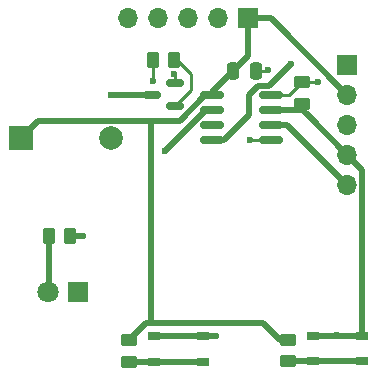
<source format=gbr>
%TF.GenerationSoftware,KiCad,Pcbnew,8.0.6*%
%TF.CreationDate,2024-10-18T13:40:27-03:00*%
%TF.ProjectId,FritzenLab-egg-timer,46726974-7a65-46e4-9c61-622d6567672d,rev?*%
%TF.SameCoordinates,Original*%
%TF.FileFunction,Copper,L1,Top*%
%TF.FilePolarity,Positive*%
%FSLAX46Y46*%
G04 Gerber Fmt 4.6, Leading zero omitted, Abs format (unit mm)*
G04 Created by KiCad (PCBNEW 8.0.6) date 2024-10-18 13:40:27*
%MOMM*%
%LPD*%
G01*
G04 APERTURE LIST*
G04 Aperture macros list*
%AMRoundRect*
0 Rectangle with rounded corners*
0 $1 Rounding radius*
0 $2 $3 $4 $5 $6 $7 $8 $9 X,Y pos of 4 corners*
0 Add a 4 corners polygon primitive as box body*
4,1,4,$2,$3,$4,$5,$6,$7,$8,$9,$2,$3,0*
0 Add four circle primitives for the rounded corners*
1,1,$1+$1,$2,$3*
1,1,$1+$1,$4,$5*
1,1,$1+$1,$6,$7*
1,1,$1+$1,$8,$9*
0 Add four rect primitives between the rounded corners*
20,1,$1+$1,$2,$3,$4,$5,0*
20,1,$1+$1,$4,$5,$6,$7,0*
20,1,$1+$1,$6,$7,$8,$9,0*
20,1,$1+$1,$8,$9,$2,$3,0*%
G04 Aperture macros list end*
%TA.AperFunction,SMDPad,CuDef*%
%ADD10RoundRect,0.250000X0.450000X-0.262500X0.450000X0.262500X-0.450000X0.262500X-0.450000X-0.262500X0*%
%TD*%
%TA.AperFunction,SMDPad,CuDef*%
%ADD11RoundRect,0.250000X-0.250000X-0.475000X0.250000X-0.475000X0.250000X0.475000X-0.250000X0.475000X0*%
%TD*%
%TA.AperFunction,SMDPad,CuDef*%
%ADD12RoundRect,0.250000X-0.450000X0.262500X-0.450000X-0.262500X0.450000X-0.262500X0.450000X0.262500X0*%
%TD*%
%TA.AperFunction,ComponentPad*%
%ADD13R,1.700000X1.700000*%
%TD*%
%TA.AperFunction,ComponentPad*%
%ADD14O,1.700000X1.700000*%
%TD*%
%TA.AperFunction,SMDPad,CuDef*%
%ADD15RoundRect,0.150000X0.587500X0.150000X-0.587500X0.150000X-0.587500X-0.150000X0.587500X-0.150000X0*%
%TD*%
%TA.AperFunction,SMDPad,CuDef*%
%ADD16R,1.050000X0.650000*%
%TD*%
%TA.AperFunction,SMDPad,CuDef*%
%ADD17RoundRect,0.150000X-0.825000X-0.150000X0.825000X-0.150000X0.825000X0.150000X-0.825000X0.150000X0*%
%TD*%
%TA.AperFunction,ComponentPad*%
%ADD18R,1.800000X1.800000*%
%TD*%
%TA.AperFunction,ComponentPad*%
%ADD19C,1.800000*%
%TD*%
%TA.AperFunction,ComponentPad*%
%ADD20R,2.000000X2.000000*%
%TD*%
%TA.AperFunction,ComponentPad*%
%ADD21C,2.000000*%
%TD*%
%TA.AperFunction,SMDPad,CuDef*%
%ADD22RoundRect,0.250000X-0.262500X-0.450000X0.262500X-0.450000X0.262500X0.450000X-0.262500X0.450000X0*%
%TD*%
%TA.AperFunction,SMDPad,CuDef*%
%ADD23RoundRect,0.250000X0.262500X0.450000X-0.262500X0.450000X-0.262500X-0.450000X0.262500X-0.450000X0*%
%TD*%
%TA.AperFunction,ViaPad*%
%ADD24C,0.600000*%
%TD*%
%TA.AperFunction,Conductor*%
%ADD25C,0.500000*%
%TD*%
%TA.AperFunction,Conductor*%
%ADD26C,0.250000*%
%TD*%
G04 APERTURE END LIST*
D10*
%TO.P,R2,1*%
%TO.N,Analog*%
X94325000Y-45007500D03*
%TO.P,R2,2*%
%TO.N,GND*%
X94325000Y-43182500D03*
%TD*%
D11*
%TO.P,C1,1*%
%TO.N,VCC*%
X88475000Y-42245000D03*
%TO.P,C1,2*%
%TO.N,GND*%
X90375000Y-42245000D03*
%TD*%
D12*
%TO.P,R3,1*%
%TO.N,VCC*%
X79625000Y-65062500D03*
%TO.P,R3,2*%
%TO.N,Net-(R3-Pad2)*%
X79625000Y-66887500D03*
%TD*%
D13*
%TO.P,J1,1,Pin_1*%
%TO.N,VCC*%
X89720000Y-37800000D03*
D14*
%TO.P,J1,2,Pin_2*%
%TO.N,unconnected-(J1-Pin_2-Pad2)*%
X87180000Y-37800000D03*
%TO.P,J1,3,Pin_3*%
%TO.N,unconnected-(J1-Pin_3-Pad3)*%
X84640000Y-37800000D03*
%TO.P,J1,4,Pin_4*%
%TO.N,unconnected-(J1-Pin_4-Pad4)*%
X82100000Y-37800000D03*
%TO.P,J1,5,Pin_5*%
%TO.N,GND*%
X79560000Y-37800000D03*
%TD*%
D15*
%TO.P,Q1,1,B*%
%TO.N,Net-(Q1-B)*%
X83525000Y-45200000D03*
%TO.P,Q1,2,E*%
%TO.N,GND*%
X83525000Y-43300000D03*
%TO.P,Q1,3,C*%
%TO.N,Net-(BZ1--)*%
X81650000Y-44250000D03*
%TD*%
D16*
%TO.P,SW2,1,1*%
%TO.N,Net-(R3-Pad2)*%
X85900000Y-66850000D03*
X81750000Y-66850000D03*
%TO.P,SW2,2,2*%
%TO.N,Analog*%
X85900000Y-64700000D03*
X81750000Y-64700000D03*
%TD*%
D17*
%TO.P,U1,1,VDD*%
%TO.N,VCC*%
X86725000Y-44295000D03*
%TO.P,U1,2,GP5*%
%TO.N,LED*%
X86725000Y-45565000D03*
%TO.P,U1,3,GP4*%
%TO.N,unconnected-(U1-GP4-Pad3)*%
X86725000Y-46835000D03*
%TO.P,U1,4,GP3*%
%TO.N,MCLR*%
X86725000Y-48105000D03*
%TO.P,U1,5,GP2*%
%TO.N,Buzzer*%
X91675000Y-48105000D03*
%TO.P,U1,6,GP1*%
%TO.N,PGC*%
X91675000Y-46835000D03*
%TO.P,U1,7,GP0*%
%TO.N,Analog*%
X91675000Y-45565000D03*
%TO.P,U1,8,VSS*%
%TO.N,GND*%
X91675000Y-44295000D03*
%TD*%
D18*
%TO.P,D1,1,K*%
%TO.N,GND*%
X75340000Y-61000000D03*
D19*
%TO.P,D1,2,A*%
%TO.N,Net-(D1-A)*%
X72800000Y-61000000D03*
%TD*%
D12*
%TO.P,R4,1*%
%TO.N,VCC*%
X93125000Y-65012500D03*
%TO.P,R4,2*%
%TO.N,Net-(R4-Pad2)*%
X93125000Y-66837500D03*
%TD*%
D20*
%TO.P,BZ1,1,+*%
%TO.N,VCC*%
X70500000Y-47900000D03*
D21*
%TO.P,BZ1,2,-*%
%TO.N,Net-(BZ1--)*%
X78100000Y-47900000D03*
%TD*%
D22*
%TO.P,R5,1*%
%TO.N,Buzzer*%
X81687500Y-41300000D03*
%TO.P,R5,2*%
%TO.N,Net-(Q1-B)*%
X83512500Y-41300000D03*
%TD*%
D23*
%TO.P,R1,1*%
%TO.N,LED*%
X74677500Y-56200000D03*
%TO.P,R1,2*%
%TO.N,Net-(D1-A)*%
X72852500Y-56200000D03*
%TD*%
D13*
%TO.P,J2,1,Pin_1*%
%TO.N,MCLR*%
X98125000Y-41720000D03*
D14*
%TO.P,J2,2,Pin_2*%
%TO.N,VCC*%
X98125000Y-44260000D03*
%TO.P,J2,3,Pin_3*%
%TO.N,GND*%
X98125000Y-46800000D03*
%TO.P,J2,4,Pin_4*%
%TO.N,Analog*%
X98125000Y-49340000D03*
%TO.P,J2,5,Pin_5*%
%TO.N,PGC*%
X98125000Y-51880000D03*
%TD*%
D16*
%TO.P,SW1,1,1*%
%TO.N,Net-(R4-Pad2)*%
X99400000Y-66800000D03*
X95250000Y-66800000D03*
%TO.P,SW1,2,2*%
%TO.N,Analog*%
X99400000Y-64650000D03*
X95250000Y-64650000D03*
%TD*%
D24*
%TO.N,Net-(BZ1--)*%
X78100000Y-44300000D03*
%TO.N,GND*%
X95700000Y-43200000D03*
X83500000Y-42500000D03*
X91400000Y-42200000D03*
%TO.N,Analog*%
X97300000Y-64600000D03*
X87000000Y-64700000D03*
%TO.N,MCLR*%
X93400000Y-41700000D03*
%TO.N,LED*%
X82700000Y-49000000D03*
X75800000Y-56200000D03*
%TO.N,Buzzer*%
X81700000Y-43100000D03*
X89900000Y-48100000D03*
%TD*%
D25*
%TO.N,Net-(BZ1--)*%
X78150000Y-44250000D02*
X78100000Y-44300000D01*
X81650000Y-44250000D02*
X78150000Y-44250000D01*
%TO.N,VCC*%
X81500000Y-63600000D02*
X91000000Y-63600000D01*
X81500000Y-63600000D02*
X81500000Y-46650000D01*
X89720000Y-37800000D02*
X91665000Y-37800000D01*
X89720000Y-37800000D02*
X89720000Y-41000000D01*
X91000000Y-63600000D02*
X92412500Y-65012500D01*
X86725000Y-43995000D02*
X88475000Y-42245000D01*
X81300000Y-46450000D02*
X83980000Y-46450000D01*
X81087500Y-63600000D02*
X81500000Y-63600000D01*
X92412500Y-65012500D02*
X93125000Y-65012500D01*
X70500000Y-47900000D02*
X71950000Y-46450000D01*
X83980000Y-46450000D02*
X86135000Y-44295000D01*
X81500000Y-46650000D02*
X81300000Y-46450000D01*
X91665000Y-37800000D02*
X98125000Y-44260000D01*
X71950000Y-46450000D02*
X81300000Y-46450000D01*
X79625000Y-65062500D02*
X81087500Y-63600000D01*
X89720000Y-41000000D02*
X88475000Y-42245000D01*
X86135000Y-44295000D02*
X86725000Y-44295000D01*
X86725000Y-44295000D02*
X86725000Y-43995000D01*
D26*
%TO.N,GND*%
X95700000Y-43100000D02*
X95700000Y-43100000D01*
X83500000Y-42500000D02*
X83400000Y-42500000D01*
X90375000Y-42245000D02*
X91355000Y-42245000D01*
X91675000Y-44295000D02*
X93212500Y-44295000D01*
X83525000Y-43300000D02*
X83525000Y-42625000D01*
X95600000Y-43200000D02*
X95700000Y-43200000D01*
X93212500Y-44295000D02*
X94325000Y-43182500D01*
X83525000Y-42625000D02*
X83500000Y-42600000D01*
X95617500Y-43182500D02*
X95600000Y-43200000D01*
X83400000Y-42500000D02*
X83500000Y-42600000D01*
X95700000Y-43200000D02*
X95700000Y-43100000D01*
X94325000Y-43182500D02*
X95617500Y-43182500D01*
X91355000Y-42245000D02*
X91400000Y-42200000D01*
X83500000Y-42600000D02*
X83500000Y-42500000D01*
D25*
%TO.N,Net-(D1-A)*%
X72852500Y-60947500D02*
X72800000Y-61000000D01*
X72852500Y-56200000D02*
X72852500Y-60947500D01*
%TO.N,PGC*%
X91675000Y-46835000D02*
X93080000Y-46835000D01*
X93080000Y-46835000D02*
X98125000Y-51880000D01*
%TO.N,Analog*%
X94325000Y-45540000D02*
X94325000Y-45007500D01*
X98125000Y-49340000D02*
X99425000Y-50640000D01*
X97300000Y-64600000D02*
X97250000Y-64650000D01*
X81750000Y-64700000D02*
X85900000Y-64700000D01*
X94350000Y-45565000D02*
X94692500Y-45907500D01*
X98125000Y-49340000D02*
X94692500Y-45907500D01*
X94692500Y-45907500D02*
X94325000Y-45540000D01*
X99425000Y-50640000D02*
X99425000Y-64625000D01*
X85900000Y-64700000D02*
X87000000Y-64700000D01*
X98100000Y-64650000D02*
X97350000Y-64650000D01*
X97250000Y-64650000D02*
X95250000Y-64650000D01*
X99400000Y-64650000D02*
X98100000Y-64650000D01*
X97350000Y-64650000D02*
X97300000Y-64600000D01*
X91675000Y-45565000D02*
X94350000Y-45565000D01*
X99425000Y-64625000D02*
X99400000Y-64650000D01*
%TO.N,MCLR*%
X87699999Y-48105000D02*
X89828122Y-45976877D01*
X90597316Y-43545000D02*
X91555000Y-43545000D01*
X89828122Y-45976877D02*
X89828122Y-44314194D01*
X89828122Y-44314194D02*
X90597316Y-43545000D01*
X86725000Y-48105000D02*
X87699999Y-48105000D01*
X91555000Y-43545000D02*
X93400000Y-41700000D01*
D26*
%TO.N,Net-(Q1-B)*%
X83525000Y-45200000D02*
X84900000Y-43825000D01*
X84900000Y-42500000D02*
X83700000Y-41300000D01*
X84900000Y-43825000D02*
X84900000Y-42500000D01*
X83700000Y-41300000D02*
X83512500Y-41300000D01*
D25*
%TO.N,LED*%
X74677500Y-56200000D02*
X75800000Y-56200000D01*
X86725000Y-45565000D02*
X86167316Y-45565000D01*
X82732316Y-49000000D02*
X82700000Y-49000000D01*
X86167316Y-45565000D02*
X82732316Y-49000000D01*
%TO.N,Net-(R3-Pad2)*%
X79625000Y-66887500D02*
X85862500Y-66887500D01*
X85862500Y-66887500D02*
X85900000Y-66850000D01*
%TO.N,Net-(R4-Pad2)*%
X99400000Y-66800000D02*
X93162500Y-66800000D01*
X93162500Y-66800000D02*
X93125000Y-66837500D01*
D26*
%TO.N,Buzzer*%
X89900000Y-48100000D02*
X89905000Y-48105000D01*
X81687500Y-43087500D02*
X81700000Y-43100000D01*
X81687500Y-41300000D02*
X81687500Y-43087500D01*
X91675000Y-48105000D02*
X89900000Y-48100000D01*
%TD*%
M02*

</source>
